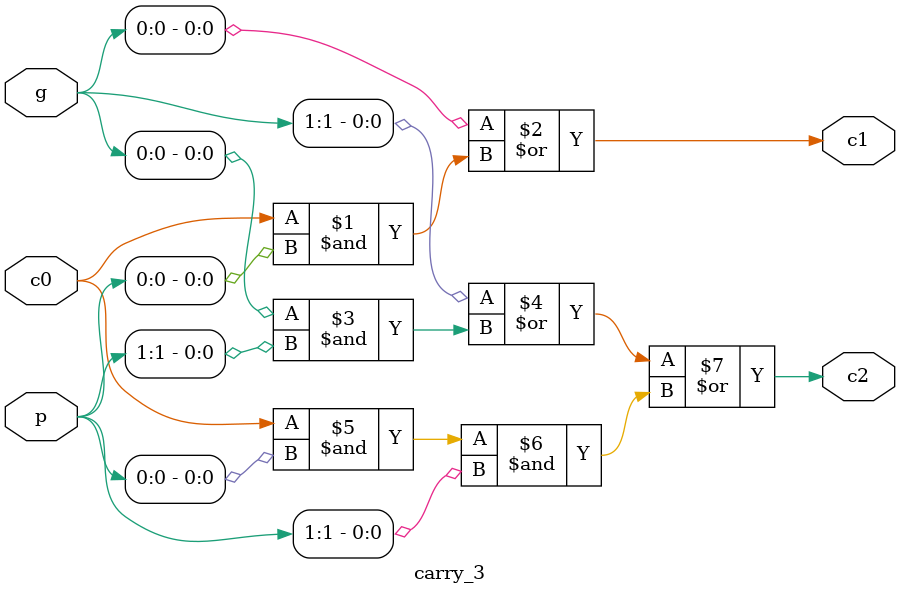
<source format=v>
module cla_8bit(sum,c8,a,b,c0);
	output [7:0] sum;
	output c8;
	input [7:0] a,b;
	wire [1:0] gs,ps;
	input c0;
	wire c4;
	cla_4bit c4b1(.sum(sum[3:0]),.ps(ps[0]),.gs(gs[0]),.a(a[3:0]),.b(b[3:0]),.c0(c0));
	cla_4bit c4b2(.sum(sum[7:4]),.ps(ps[1]),.gs(gs[1]),.a(a[7:4]),.b(b[7:4]),.c0(c4));
	carry_3 c1(.c1(c4),.c2(c8),.p(ps),.g(gs),.c0(c0));
endmodule

module carry_3(c1,c2,p,g,c0);
	output c1,c2;
	input [1:0] p,g;
	input c0;
	assign c1 = g[0] | c0&p[0] ; 
	assign c2 = g[1] | g[0]&p[1] | c0&p[0]&p[1];
	//assign c3 = g[2] | g[1]&p[2] | g[0]&p[1]&p[2] | c0&p[0]&p[1]&p[2];
	//assign c4 = g[3] | g[2]&p[3] | g[1]&p[2]&p[3] | g[0]&p[1]&p[2]&p[3] | c0&p[0]&p[1]&p[2]&p[3];
endmodule

/*
module tb_cla_8bit();
	reg [7:0] a,b;
	reg c0;
	wire [7:0] d;
	wire cout;
	cla_8bit uut(.sum(d),.c8(cout),.a(a),.b(b),.c0(c0));
	
	initial
	begin
	#00 a=8'd10; b=8'd10; c0 = 1'b0; //10-2
	#20 a=8'd30; b=8'd20; c0 = 1'b0;
	#20 a=8'd150; b=8'd30; c0 = 1'b0; //3-5
	#20 a=8'd255; b=8'd0; c0 = 1'b0;
	#20 $stop;
	end
	
	initial
	begin
	$monitor("time=%3d, a=%8d, b=%8d, co=%b, d=%8d, cout=%1b",$time,a,b,c0,d,cout);
	end
		
	initial
	begin
	$dumpfile("cla_8bit.vcd");
	$dumpvars;
	end
	
endmodule
*/
</source>
